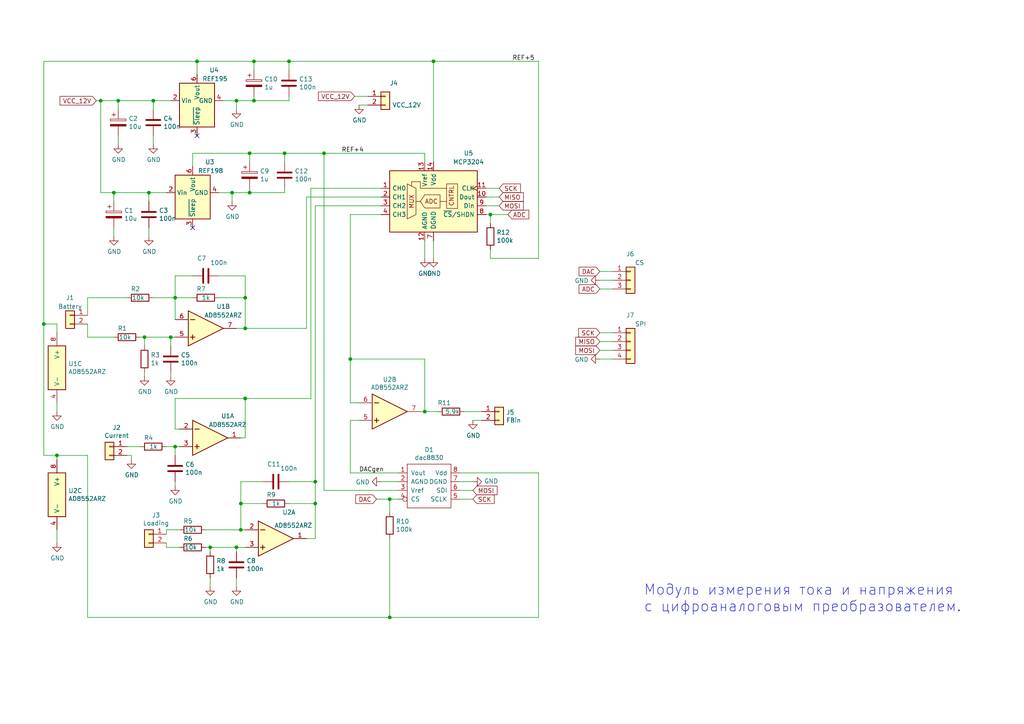
<source format=kicad_sch>
(kicad_sch (version 20211123) (generator eeschema)
  (paper "A4")
  (lib_symbols
    (symbol "ADCandDAC-rescue:AD8552ARZ-AnalogDevices" (pin_names (offset 1.016))
      (property "Reference" "U" (at 0 8.89 0))
      (property "Value" "AD8552ARZ-AnalogDevices" (at 0 6.35 0))
      (symbol "AD8552ARZ-AnalogDevices_1_1"
        (polyline (pts (xy -3.175 -2.54) (xy -1.905 -2.54)) (stroke (width 0.254)))
        (polyline (pts (xy -3.175 2.54) (xy -1.905 2.54)) (stroke (width 0.254)))
        (polyline (pts (xy -2.54 -1.905) (xy -2.54 -3.175)) (stroke (width 0.254)))
        (polyline (pts (xy -3.81 5.08) (xy -3.81 -5.08) (xy 6.35 0) (xy -3.81 5.08)) (stroke (width 0.254)) (fill (type background)))
        (pin output line (at 10.16 0 180) (length 3.81) (name "OUT") (number "1"))
        (pin input line (at -7.62 2.54 0) (length 3.81) (name "IN-") (number "2"))
        (pin input line (at -7.62 -2.54 0) (length 3.81) (name "IN+") (number "3"))
      )
      (symbol "AD8552ARZ-AnalogDevices_2_1"
        (polyline (pts (xy -3.175 -2.54) (xy -1.905 -2.54)) (stroke (width 0.254)))
        (polyline (pts (xy -3.175 2.54) (xy -1.905 2.54)) (stroke (width 0.254)))
        (polyline (pts (xy -2.54 -1.905) (xy -2.54 -3.175)) (stroke (width 0.254)))
        (polyline (pts (xy -3.81 5.08) (xy -3.81 -5.08) (xy 6.35 0) (xy -3.81 5.08)) (stroke (width 0.254)) (fill (type background)))
        (pin input line (at -7.62 -2.54 0) (length 3.81) (name "IN+") (number "5"))
        (pin input line (at -7.62 2.54 0) (length 3.81) (name "IN-") (number "6"))
        (pin output line (at 10.16 0 180) (length 3.81) (name "OUT") (number "7"))
      )
      (symbol "AD8552ARZ-AnalogDevices_3_1"
        (rectangle (start 2.54 6.35) (end -2.54 -6.35) (stroke (width 0.254)) (fill (type background)))
        (pin power_in line (at 0 -10.16 90) (length 3.81) (name "V-") (number "4"))
        (pin power_in line (at 0 10.16 270) (length 3.81) (name "V+") (number "8"))
      )
    )
    (symbol "ADCandDAC-rescue:CP-Device" (pin_numbers hide) (pin_names (offset 0.254))
      (property "Reference" "C" (at 0.635 2.54 0))
      (property "Value" "CP-Device" (at 0.635 -2.54 0))
      (symbol "CP-Device_0_1"
        (rectangle (start -2.286 0.508) (end 2.286 1.016))
        (polyline (pts (xy -1.778 2.286) (xy -0.762 2.286)))
        (polyline (pts (xy -1.27 2.794) (xy -1.27 1.778)))
        (rectangle (start 2.286 -0.508) (end -2.286 -1.016) (fill (type outline)))
      )
      (symbol "CP-Device_1_1"
        (pin passive line (at 0 3.81 270) (length 2.794) (name "~") (number "1"))
        (pin passive line (at 0 -3.81 90) (length 2.794) (name "~") (number "2"))
      )
    )
    (symbol "ADCandDAC-rescue:dac8830-DAC8830" (pin_names (offset 1.016))
      (property "Reference" "D" (at 0 8.89 0))
      (property "Value" "dac8830-DAC8830" (at 0 -7.62 0))
      (symbol "dac8830-DAC8830_0_1"
        (rectangle (start -6.35 6.35) (end 6.35 -6.35))
      )
      (symbol "dac8830-DAC8830_1_1"
        (pin output line (at -8.89 3.81 0) (length 2.54) (name "Vout") (number "1"))
        (pin input line (at -8.89 1.27 0) (length 2.54) (name "AGND") (number "2"))
        (pin input line (at -8.89 -1.27 0) (length 2.54) (name "Vref") (number "3"))
        (pin input inverted (at -8.89 -3.81 0) (length 2.54) (name "CS") (number "4"))
        (pin input line (at 8.89 -3.81 180) (length 2.54) (name "SCLK") (number "5"))
        (pin input line (at 8.89 -1.27 180) (length 2.54) (name "SDI") (number "6"))
        (pin input line (at 8.89 1.27 180) (length 2.54) (name "DGND") (number "7"))
        (pin input line (at 8.89 3.81 180) (length 2.54) (name "Vdd") (number "8"))
      )
    )
    (symbol "Analog_ADC:MCP3204" (pin_names (offset 0.762))
      (property "Reference" "U" (at -5.08 10.795 0))
      (property "Value" "MCP3204" (at -5.08 8.89 0))
      (symbol "MCP3204_0_0"
        (text "ADC" (at -0.635 -1.27 0) (effects (font (size 1.27 1.27))))
        (text "CNTRL" (at 5.969 -2.667 900) (effects (font (size 1.27 1.27)) (justify left bottom)))
        (text "MUX" (at -6.35 -1.27 900) (effects (font (size 1.27 1.27))))
      )
      (symbol "MCP3204_0_1"
        (polyline (pts (xy -5.08 -1.27) (xy -3.81 -1.27)))
        (polyline (pts (xy 1.905 -1.27) (xy 3.81 -1.27)))
        (polyline (pts (xy -7.62 3.81) (xy -7.62 -6.35) (xy -5.08 -5.08) (xy -5.08 2.54) (xy -7.62 3.81)))
        (polyline (pts (xy 3.81 2.54) (xy -3.81 2.54) (xy -3.81 4.445) (xy -6.35 4.445) (xy -6.35 3.175)))
        (polyline (pts (xy -3.81 -1.27) (xy -2.54 0.635) (xy 1.905 0.635) (xy 1.905 -3.175) (xy -2.54 -3.175) (xy -3.81 -1.27)))
        (rectangle (start 3.81 -3.302) (end 6.985 3.81))
        (rectangle (start 12.7 7.62) (end -12.7 -10.16) (stroke (width 0.254)) (fill (type background)))
      )
      (symbol "MCP3204_1_1"
        (pin input line (at -15.24 2.54 0) (length 2.54) (name "CH0") (number "1"))
        (pin output line (at 15.24 0 180) (length 2.54) (name "Dout") (number "10"))
        (pin input clock (at 15.24 2.54 180) (length 2.54) (name "CLK") (number "11"))
        (pin power_in line (at -2.54 -12.7 90) (length 2.54) (name "AGND") (number "12"))
        (pin power_in line (at -2.54 10.16 270) (length 2.54) (name "Vref") (number "13"))
        (pin power_in line (at 0 10.16 270) (length 2.54) (name "Vdd") (number "14"))
        (pin input line (at -15.24 0 0) (length 2.54) (name "CH1") (number "2"))
        (pin input line (at -15.24 -2.54 0) (length 2.54) (name "CH2") (number "3"))
        (pin input line (at -15.24 -5.08 0) (length 2.54) (name "CH3") (number "4"))
        (pin no_connect line (at -10.16 -12.7 90) (length 2.54) hide (name "NC") (number "5"))
        (pin no_connect line (at -7.62 -12.7 90) (length 2.54) hide (name "NC") (number "6"))
        (pin power_in line (at 0 -12.7 90) (length 2.54) (name "DGND") (number "7"))
        (pin input line (at 15.24 -5.08 180) (length 2.54) (name "~{CS}/SHDN") (number "8"))
        (pin input line (at 15.24 -2.54 180) (length 2.54) (name "Din") (number "9"))
      )
    )
    (symbol "Connector_Generic:Conn_01x02" (pin_names (offset 1.016) hide)
      (property "Reference" "J" (at 0 2.54 0))
      (property "Value" "Conn_01x02" (at 0 -5.08 0))
      (symbol "Conn_01x02_1_1"
        (rectangle (start -1.27 -2.413) (end 0 -2.667) (stroke (width 0.1524)))
        (rectangle (start -1.27 0.127) (end 0 -0.127) (stroke (width 0.1524)))
        (rectangle (start -1.27 1.27) (end 1.27 -3.81) (stroke (width 0.254)) (fill (type background)))
        (pin passive line (at -5.08 0 0) (length 3.81) (name "Pin_1") (number "1"))
        (pin passive line (at -5.08 -2.54 0) (length 3.81) (name "Pin_2") (number "2"))
      )
    )
    (symbol "Connector_Generic:Conn_01x03" (pin_names (offset 1.016) hide)
      (property "Reference" "J" (at 0 5.08 0))
      (property "Value" "Conn_01x03" (at 0 -5.08 0))
      (symbol "Conn_01x03_1_1"
        (rectangle (start -1.27 -2.413) (end 0 -2.667) (stroke (width 0.1524)))
        (rectangle (start -1.27 0.127) (end 0 -0.127) (stroke (width 0.1524)))
        (rectangle (start -1.27 2.667) (end 0 2.413) (stroke (width 0.1524)))
        (rectangle (start -1.27 3.81) (end 1.27 -3.81) (stroke (width 0.254)) (fill (type background)))
        (pin passive line (at -5.08 2.54 0) (length 3.81) (name "Pin_1") (number "1"))
        (pin passive line (at -5.08 0 0) (length 3.81) (name "Pin_2") (number "2"))
        (pin passive line (at -5.08 -2.54 0) (length 3.81) (name "Pin_3") (number "3"))
      )
    )
    (symbol "Connector_Generic:Conn_01x04" (pin_names (offset 1.016) hide)
      (property "Reference" "J" (at 0 5.08 0))
      (property "Value" "Conn_01x04" (at 0 -7.62 0))
      (symbol "Conn_01x04_1_1"
        (rectangle (start -1.27 -4.953) (end 0 -5.207) (stroke (width 0.1524)))
        (rectangle (start -1.27 -2.413) (end 0 -2.667) (stroke (width 0.1524)))
        (rectangle (start -1.27 0.127) (end 0 -0.127) (stroke (width 0.1524)))
        (rectangle (start -1.27 2.667) (end 0 2.413) (stroke (width 0.1524)))
        (rectangle (start -1.27 3.81) (end 1.27 -6.35) (stroke (width 0.254)) (fill (type background)))
        (pin passive line (at -5.08 2.54 0) (length 3.81) (name "Pin_1") (number "1"))
        (pin passive line (at -5.08 0 0) (length 3.81) (name "Pin_2") (number "2"))
        (pin passive line (at -5.08 -2.54 0) (length 3.81) (name "Pin_3") (number "3"))
        (pin passive line (at -5.08 -5.08 0) (length 3.81) (name "Pin_4") (number "4"))
      )
    )
    (symbol "Device:C" (pin_numbers hide) (pin_names (offset 0.254))
      (property "Reference" "C" (at 0.635 2.54 0))
      (property "Value" "C" (at 0.635 -2.54 0))
      (symbol "C_0_1"
        (polyline (pts (xy -2.032 -0.762) (xy 2.032 -0.762)) (stroke (width 0.508)))
        (polyline (pts (xy -2.032 0.762) (xy 2.032 0.762)) (stroke (width 0.508)))
      )
      (symbol "C_1_1"
        (pin passive line (at 0 3.81 270) (length 2.794) (name "~") (number "1"))
        (pin passive line (at 0 -3.81 90) (length 2.794) (name "~") (number "2"))
      )
    )
    (symbol "Device:R" (pin_numbers hide) (pin_names (offset 0))
      (property "Reference" "R" (at 2.032 0 90))
      (property "Value" "R" (at 0 0 90))
      (symbol "R_0_1"
        (rectangle (start -1.016 -2.54) (end 1.016 2.54) (stroke (width 0.254)))
      )
      (symbol "R_1_1"
        (pin passive line (at 0 3.81 270) (length 1.27) (name "~") (number "1"))
        (pin passive line (at 0 -3.81 90) (length 1.27) (name "~") (number "2"))
      )
    )
    (symbol "Reference_Voltage:REF195"
      (property "Reference" "U" (at 2.54 8.89 0))
      (property "Value" "REF195" (at 1.27 6.35 0))
      (symbol "REF195_0_1"
        (rectangle (start -7.62 5.08) (end 5.08 -5.08) (stroke (width 0.254)) (fill (type background)))
      )
      (symbol "REF195_1_1"
        (pin no_connect line (at -7.62 2.54 0) (length 2.54) hide (name "TP") (number "1"))
        (pin power_in line (at 0 7.62 270) (length 2.54) (name "Vin") (number "2"))
        (pin input line (at -10.16 0 0) (length 2.54) (name "~{Sleep}") (number "3"))
        (pin power_in line (at 0 -7.62 90) (length 2.54) (name "GND") (number "4"))
        (pin no_connect line (at -5.08 -5.08 90) (length 2.54) hide (name "TP") (number "5"))
        (pin power_out line (at 7.62 0 180) (length 2.54) (name "Vout") (number "6"))
        (pin no_connect line (at -2.54 -5.08 90) (length 2.54) hide (name "NC") (number "7"))
        (pin no_connect line (at 2.54 -5.08 90) (length 2.54) hide (name "NC") (number "8"))
      )
    )
    (symbol "Reference_Voltage:REF198"
      (property "Reference" "U" (at 2.54 8.89 0))
      (property "Value" "REF198" (at 1.27 6.35 0))
      (symbol "REF198_0_1"
        (rectangle (start -7.62 5.08) (end 5.08 -5.08) (stroke (width 0.254)) (fill (type background)))
      )
      (symbol "REF198_1_1"
        (pin no_connect line (at -7.62 2.54 0) (length 2.54) hide (name "TP") (number "1"))
        (pin power_in line (at 0 7.62 270) (length 2.54) (name "Vin") (number "2"))
        (pin input line (at -10.16 0 0) (length 2.54) (name "~{Sleep}") (number "3"))
        (pin power_in line (at 0 -7.62 90) (length 2.54) (name "GND") (number "4"))
        (pin no_connect line (at -5.08 -5.08 90) (length 2.54) hide (name "TP") (number "5"))
        (pin power_out line (at 7.62 0 180) (length 2.54) (name "Vout") (number "6"))
        (pin no_connect line (at -2.54 -5.08 90) (length 2.54) hide (name "NC") (number "7"))
        (pin no_connect line (at 2.54 -5.08 90) (length 2.54) hide (name "NC") (number "8"))
      )
    )
    (symbol "power:GND" (power) (pin_names (offset 0))
      (property "Value" "GND" (at 0 -3.81 0))
      (symbol "GND_0_1"
        (polyline (pts (xy 0 0) (xy 0 -1.27) (xy 1.27 -1.27) (xy 0 -2.54) (xy -1.27 -1.27) (xy 0 -1.27)))
      )
      (symbol "GND_1_1"
        (pin power_in line (at 0 0 270) (length 0) hide (name "GND") (number "1"))
      )
    )
  )
  (junction (at 125.73 17.78))
  (junction (at 69.85 153.67))
  (junction (at 83.82 17.78))
  (junction (at 68.58 29.21))
  (junction (at 60.96 158.75))
  (junction (at 73.66 17.78))
  (junction (at 33.02 55.88))
  (junction (at 71.12 86.36))
  (junction (at 93.98 44.45))
  (junction (at 49.53 97.79))
  (junction (at 71.12 95.25))
  (junction (at 71.12 115.57))
  (junction (at 91.44 146.05))
  (junction (at 68.58 158.75))
  (junction (at 41.91 97.79))
  (junction (at 57.15 17.78))
  (junction (at 67.31 55.88))
  (junction (at 73.66 29.21))
  (junction (at 72.39 55.88))
  (junction (at 101.6 104.14))
  (junction (at 113.03 179.07))
  (junction (at 44.45 29.21))
  (junction (at 82.55 44.45))
  (junction (at 34.29 29.21))
  (junction (at 69.85 146.05))
  (junction (at 91.44 139.7))
  (junction (at 72.39 44.45))
  (junction (at 43.18 55.88))
  (junction (at 142.24 62.23))
  (junction (at 50.8 129.54))
  (junction (at 113.03 144.78))
  (junction (at 29.21 29.21))
  (junction (at 123.19 119.38))
  (junction (at 50.8 86.36))
  (junction (at 16.51 132.08))
  (junction (at 12.7 93.98))
  (no_connect (at 55.88 66.04))
  (no_connect (at 57.15 39.37))
  (wire (pts (xy 125.73 69.85) (xy 125.73 74.93)))
  (wire (pts (xy 72.39 44.45) (xy 82.55 44.45)))
  (wire (pts (xy 142.24 72.39) (xy 142.24 74.93)))
  (wire (pts (xy 142.24 74.93) (xy 156.21 74.93)))
  (wire (pts (xy 110.49 54.61) (xy 90.17 54.61)))
  (wire (pts (xy 16.51 96.52) (xy 16.51 93.98)))
  (wire (pts (xy 34.29 41.91) (xy 34.29 39.37)))
  (wire (pts (xy 125.73 46.99) (xy 125.73 17.78)))
  (wire (pts (xy 48.26 129.54) (xy 50.8 129.54)))
  (wire (pts (xy 52.07 158.75) (xy 48.26 158.75)))
  (wire (pts (xy 140.97 54.61) (xy 144.78 54.61)))
  (wire (pts (xy 156.21 17.78) (xy 125.73 17.78)))
  (wire (pts (xy 140.97 57.15) (xy 144.78 57.15)))
  (wire (pts (xy 91.44 59.69) (xy 91.44 139.7)))
  (wire (pts (xy 60.96 160.02) (xy 60.96 158.75)))
  (wire (pts (xy 156.21 137.16) (xy 156.21 179.07)))
  (wire (pts (xy 82.55 44.45) (xy 82.55 46.99)))
  (wire (pts (xy 88.9 95.25) (xy 88.9 57.15)))
  (wire (pts (xy 49.53 109.22) (xy 49.53 107.95)))
  (wire (pts (xy 50.8 92.71) (xy 50.8 86.36)))
  (wire (pts (xy 93.98 44.45) (xy 82.55 44.45)))
  (wire (pts (xy 127 119.38) (xy 123.19 119.38)))
  (wire (pts (xy 82.55 54.61) (xy 82.55 55.88)))
  (wire (pts (xy 110.49 139.7) (xy 115.57 139.7)))
  (wire (pts (xy 25.4 179.07) (xy 113.03 179.07)))
  (wire (pts (xy 38.1 132.08) (xy 36.83 132.08)))
  (wire (pts (xy 173.99 104.14) (xy 177.8 104.14)))
  (wire (pts (xy 73.66 29.21) (xy 68.58 29.21)))
  (wire (pts (xy 71.12 86.36) (xy 71.12 95.25)))
  (wire (pts (xy 40.64 129.54) (xy 36.83 129.54)))
  (wire (pts (xy 63.5 86.36) (xy 71.12 86.36)))
  (wire (pts (xy 123.19 104.14) (xy 101.6 104.14)))
  (wire (pts (xy 83.82 29.21) (xy 73.66 29.21)))
  (wire (pts (xy 12.7 132.08) (xy 16.51 132.08)))
  (wire (pts (xy 33.02 97.79) (xy 25.4 97.79)))
  (wire (pts (xy 71.12 115.57) (xy 71.12 127)))
  (wire (pts (xy 50.8 80.01) (xy 50.8 86.36)))
  (wire (pts (xy 25.4 93.98) (xy 25.4 97.79)))
  (wire (pts (xy 73.66 20.32) (xy 73.66 17.78)))
  (wire (pts (xy 142.24 64.77) (xy 142.24 62.23)))
  (wire (pts (xy 71.12 95.25) (xy 88.9 95.25)))
  (wire (pts (xy 91.44 156.21) (xy 88.9 156.21)))
  (wire (pts (xy 41.91 100.33) (xy 41.91 97.79)))
  (wire (pts (xy 44.45 31.75) (xy 44.45 29.21)))
  (wire (pts (xy 156.21 74.93) (xy 156.21 17.78)))
  (wire (pts (xy 173.99 81.28) (xy 177.8 81.28)))
  (wire (pts (xy 48.26 154.94) (xy 48.26 153.67)))
  (wire (pts (xy 173.99 99.06) (xy 177.8 99.06)))
  (wire (pts (xy 49.53 100.33) (xy 49.53 97.79)))
  (wire (pts (xy 48.26 153.67) (xy 52.07 153.67)))
  (wire (pts (xy 48.26 158.75) (xy 48.26 157.48)))
  (wire (pts (xy 50.8 124.46) (xy 50.8 115.57)))
  (wire (pts (xy 173.99 83.82) (xy 177.8 83.82)))
  (wire (pts (xy 72.39 54.61) (xy 72.39 55.88)))
  (wire (pts (xy 50.8 86.36) (xy 44.45 86.36)))
  (wire (pts (xy 101.6 62.23) (xy 110.49 62.23)))
  (wire (pts (xy 139.7 119.38) (xy 134.62 119.38)))
  (wire (pts (xy 25.4 86.36) (xy 36.83 86.36)))
  (wire (pts (xy 29.21 29.21) (xy 34.29 29.21)))
  (wire (pts (xy 93.98 142.24) (xy 93.98 44.45)))
  (wire (pts (xy 57.15 17.78) (xy 73.66 17.78)))
  (wire (pts (xy 60.96 158.75) (xy 68.58 158.75)))
  (wire (pts (xy 34.29 29.21) (xy 44.45 29.21)))
  (wire (pts (xy 25.4 132.08) (xy 25.4 179.07)))
  (wire (pts (xy 68.58 95.25) (xy 71.12 95.25)))
  (wire (pts (xy 123.19 119.38) (xy 123.19 104.14)))
  (wire (pts (xy 52.07 124.46) (xy 50.8 124.46)))
  (wire (pts (xy 55.88 48.26) (xy 55.88 44.45)))
  (wire (pts (xy 123.19 46.99) (xy 123.19 44.45)))
  (wire (pts (xy 40.64 97.79) (xy 41.91 97.79)))
  (wire (pts (xy 34.29 31.75) (xy 34.29 29.21)))
  (wire (pts (xy 50.8 129.54) (xy 52.07 129.54)))
  (wire (pts (xy 133.35 137.16) (xy 156.21 137.16)))
  (wire (pts (xy 90.17 115.57) (xy 71.12 115.57)))
  (wire (pts (xy 72.39 46.99) (xy 72.39 44.45)))
  (wire (pts (xy 83.82 27.94) (xy 83.82 29.21)))
  (wire (pts (xy 55.88 86.36) (xy 50.8 86.36)))
  (wire (pts (xy 83.82 17.78) (xy 83.82 20.32)))
  (wire (pts (xy 91.44 146.05) (xy 91.44 156.21)))
  (wire (pts (xy 82.55 55.88) (xy 72.39 55.88)))
  (wire (pts (xy 49.53 97.79) (xy 50.8 97.79)))
  (wire (pts (xy 106.68 30.48) (xy 104.14 30.48)))
  (wire (pts (xy 12.7 17.78) (xy 57.15 17.78)))
  (wire (pts (xy 137.16 144.78) (xy 133.35 144.78)))
  (wire (pts (xy 69.85 146.05) (xy 69.85 139.7)))
  (wire (pts (xy 16.51 132.08) (xy 25.4 132.08)))
  (wire (pts (xy 69.85 153.67) (xy 71.12 153.67)))
  (wire (pts (xy 44.45 41.91) (xy 44.45 39.37)))
  (wire (pts (xy 41.91 97.79) (xy 49.53 97.79)))
  (wire (pts (xy 177.8 78.74) (xy 173.99 78.74)))
  (wire (pts (xy 76.2 146.05) (xy 69.85 146.05)))
  (wire (pts (xy 25.4 86.36) (xy 25.4 91.44)))
  (wire (pts (xy 140.97 59.69) (xy 144.78 59.69)))
  (wire (pts (xy 113.03 148.59) (xy 113.03 144.78)))
  (wire (pts (xy 101.6 104.14) (xy 101.6 62.23)))
  (wire (pts (xy 33.02 55.88) (xy 29.21 55.88)))
  (wire (pts (xy 101.6 137.16) (xy 101.6 121.92)))
  (wire (pts (xy 29.21 55.88) (xy 29.21 29.21)))
  (wire (pts (xy 83.82 146.05) (xy 91.44 146.05)))
  (wire (pts (xy 68.58 160.02) (xy 68.58 158.75)))
  (wire (pts (xy 12.7 17.78) (xy 12.7 93.98)))
  (wire (pts (xy 123.19 44.45) (xy 93.98 44.45)))
  (wire (pts (xy 68.58 158.75) (xy 71.12 158.75)))
  (wire (pts (xy 125.73 17.78) (xy 83.82 17.78)))
  (wire (pts (xy 50.8 140.97) (xy 50.8 139.7)))
  (wire (pts (xy 73.66 17.78) (xy 83.82 17.78)))
  (wire (pts (xy 69.85 139.7) (xy 76.2 139.7)))
  (wire (pts (xy 48.26 55.88) (xy 43.18 55.88)))
  (wire (pts (xy 55.88 80.01) (xy 50.8 80.01)))
  (wire (pts (xy 60.96 170.18) (xy 60.96 167.64)))
  (wire (pts (xy 156.21 179.07) (xy 113.03 179.07)))
  (wire (pts (xy 113.03 179.07) (xy 113.03 156.21)))
  (wire (pts (xy 73.66 27.94) (xy 73.66 29.21)))
  (wire (pts (xy 110.49 59.69) (xy 91.44 59.69)))
  (wire (pts (xy 33.02 58.42) (xy 33.02 55.88)))
  (wire (pts (xy 139.7 121.92) (xy 137.16 121.92)))
  (wire (pts (xy 16.51 93.98) (xy 12.7 93.98)))
  (wire (pts (xy 106.68 27.94) (xy 102.87 27.94)))
  (wire (pts (xy 55.88 44.45) (xy 72.39 44.45)))
  (wire (pts (xy 173.99 96.52) (xy 177.8 96.52)))
  (wire (pts (xy 115.57 137.16) (xy 101.6 137.16)))
  (wire (pts (xy 44.45 29.21) (xy 49.53 29.21)))
  (wire (pts (xy 68.58 29.21) (xy 68.58 31.75)))
  (wire (pts (xy 68.58 167.64) (xy 68.58 170.18)))
  (wire (pts (xy 147.32 62.23) (xy 142.24 62.23)))
  (wire (pts (xy 71.12 127) (xy 69.85 127)))
  (wire (pts (xy 88.9 57.15) (xy 110.49 57.15)))
  (wire (pts (xy 71.12 80.01) (xy 71.12 86.36)))
  (wire (pts (xy 101.6 121.92) (xy 104.14 121.92)))
  (wire (pts (xy 113.03 144.78) (xy 109.22 144.78)))
  (wire (pts (xy 63.5 55.88) (xy 67.31 55.88)))
  (wire (pts (xy 69.85 146.05) (xy 69.85 153.67)))
  (wire (pts (xy 63.5 80.01) (xy 71.12 80.01)))
  (wire (pts (xy 101.6 104.14) (xy 101.6 116.84)))
  (wire (pts (xy 115.57 142.24) (xy 93.98 142.24)))
  (wire (pts (xy 64.77 29.21) (xy 68.58 29.21)))
  (wire (pts (xy 43.18 58.42) (xy 43.18 55.88)))
  (wire (pts (xy 38.1 133.35) (xy 38.1 132.08)))
  (wire (pts (xy 12.7 93.98) (xy 12.7 132.08)))
  (wire (pts (xy 90.17 54.61) (xy 90.17 115.57)))
  (wire (pts (xy 121.92 119.38) (xy 123.19 119.38)))
  (wire (pts (xy 101.6 116.84) (xy 104.14 116.84)))
  (wire (pts (xy 41.91 109.22) (xy 41.91 107.95)))
  (wire (pts (xy 59.69 153.67) (xy 69.85 153.67)))
  (wire (pts (xy 16.51 119.38) (xy 16.51 116.84)))
  (wire (pts (xy 59.69 158.75) (xy 60.96 158.75)))
  (wire (pts (xy 91.44 139.7) (xy 91.44 146.05)))
  (wire (pts (xy 16.51 157.48) (xy 16.51 153.67)))
  (wire (pts (xy 50.8 115.57) (xy 71.12 115.57)))
  (wire (pts (xy 72.39 55.88) (xy 67.31 55.88)))
  (wire (pts (xy 173.99 101.6) (xy 177.8 101.6)))
  (wire (pts (xy 83.82 139.7) (xy 91.44 139.7)))
  (wire (pts (xy 33.02 68.58) (xy 33.02 66.04)))
  (wire (pts (xy 67.31 55.88) (xy 67.31 58.42)))
  (wire (pts (xy 113.03 144.78) (xy 115.57 144.78)))
  (wire (pts (xy 50.8 132.08) (xy 50.8 129.54)))
  (wire (pts (xy 43.18 55.88) (xy 33.02 55.88)))
  (wire (pts (xy 137.16 142.24) (xy 133.35 142.24)))
  (wire (pts (xy 142.24 62.23) (xy 140.97 62.23)))
  (wire (pts (xy 57.15 21.59) (xy 57.15 17.78)))
  (wire (pts (xy 123.19 69.85) (xy 123.19 74.93)))
  (wire (pts (xy 43.18 68.58) (xy 43.18 66.04)))
  (wire (pts (xy 27.94 29.21) (xy 29.21 29.21)))
  (wire (pts (xy 137.16 139.7) (xy 133.35 139.7)))
  (wire (pts (xy 16.51 132.08) (xy 16.51 133.35)))
  (text "Модуль измерения тока и напряжения \nс цифроаналоговым преобразователем." (at 186.69 177.8 0) (effects (font (size 2.9972 2.9972)) (justify left bottom)))
  (label "REF+4" (at 99.06 44.45 0))
  (label "DACgen" (at 104.14 137.16 0))
  (label "REF+5" (at 148.59 17.78 0))
  (global_label "ADC" (shape input) (at 173.99 83.82 180) (property "Обозначения листов" "${INTERSHEET_REFS}" (effects hide)))
  (global_label "SCK" (shape input) (at 173.99 96.52 180) (property "Обозначения листов" "${INTERSHEET_REFS}" (effects hide)))
  (global_label "SCK" (shape input) (at 144.78 54.61 0) (property "Обозначения листов" "${INTERSHEET_REFS}" (effects hide)))
  (global_label "MISO" (shape input) (at 173.99 99.06 180) (property "Обозначения листов" "${INTERSHEET_REFS}" (effects hide)))
  (global_label "MOSI" (shape input) (at 137.16 142.24 0) (property "Обозначения листов" "${INTERSHEET_REFS}" (effects hide)))
  (global_label "MOSI" (shape input) (at 173.99 101.6 180) (property "Обозначения листов" "${INTERSHEET_REFS}" (effects hide)))
  (global_label "VCC_12V" (shape input) (at 27.94 29.21 180) (property "Обозначения листов" "${INTERSHEET_REFS}" (effects hide)))
  (global_label "SCK" (shape input) (at 137.16 144.78 0) (property "Обозначения листов" "${INTERSHEET_REFS}" (effects hide)))
  (global_label "VCC_12V" (shape input) (at 102.87 27.94 180) (property "Обозначения листов" "${INTERSHEET_REFS}" (effects hide)))
  (global_label "MOSI" (shape input) (at 144.78 59.69 0) (property "Обозначения листов" "${INTERSHEET_REFS}" (effects hide)))
  (global_label "ADC" (shape input) (at 147.32 62.23 0) (property "Обозначения листов" "${INTERSHEET_REFS}" (effects hide)))
  (global_label "MISO" (shape input) (at 144.78 57.15 0) (property "Обозначения листов" "${INTERSHEET_REFS}" (effects hide)))
  (global_label "DAC" (shape input) (at 109.22 144.78 180) (property "Обозначения листов" "${INTERSHEET_REFS}" (effects hide)))
  (global_label "DAC" (shape input) (at 173.99 78.74 180) (property "Обозначения листов" "${INTERSHEET_REFS}" (effects hide)))
  (symbol (lib_id "Analog_ADC:MCP3204") (at 125.73 57.15 0) (unit 1)
    (property "Reference" "U5" (at 135.89 44.45 0))
    (property "Value" "MCP3204" (at 135.89 46.99 0))
    (property "Footprint" "Package_SO:TSSOP-14_4.4x5mm_P0.65mm" (effects hide))
    (property "Datasheet" "http://ww1.microchip.com/downloads/en/DeviceDoc/21298c.pdf" (effects hide))
  )
  (symbol (lib_id "ADCandDAC-rescue:AD8552ARZ-AnalogDevices") (at 59.69 127 0) (unit 1)
    (property "Reference" "U1" (at 66.04 120.65 0))
    (property "Value" "AD8552ARZ" (at 66.04 123.19 0))
    (property "Footprint" "Package_SO:SOIC-8_3.9x4.9mm_P1.27mm" (effects hide))
    (property "Datasheet" "http://www.analog.com/media/en/technical-documentation/data-sheets/AD8551_8552_8554.pdf" (effects hide))
    (property "MPN" "AD8552ARZ" (effects hide))
    (property "Manuf" "ADI" (effects hide))
    (property "BOM" "ADI AD8552ARZ" (effects hide))
  )
  (symbol (lib_id "ADCandDAC-rescue:AD8552ARZ-AnalogDevices") (at 58.42 95.25 0) (unit 2)
    (property "Reference" "U1" (at 64.77 88.9 0))
    (property "Value" "AD8552ARZ" (at 64.77 91.44 0))
    (property "Footprint" "Package_SO:SOIC-8_3.9x4.9mm_P1.27mm" (effects hide))
    (property "Datasheet" "http://www.analog.com/media/en/technical-documentation/data-sheets/AD8551_8552_8554.pdf" (effects hide))
    (property "MPN" "AD8552ARZ" (effects hide))
    (property "Manuf" "ADI" (effects hide))
    (property "BOM" "ADI AD8552ARZ" (effects hide))
  )
  (symbol (lib_id "ADCandDAC-rescue:AD8552ARZ-AnalogDevices") (at 16.51 106.68 0) (unit 3)
    (property "Reference" "U1" (at 19.812 105.5116 0) (effects (justify left)))
    (property "Value" "AD8552ARZ" (at 19.812 107.823 0) (effects (justify left)))
    (property "Footprint" "Package_SO:SOIC-8_3.9x4.9mm_P1.27mm" (effects hide))
    (property "Datasheet" "http://www.analog.com/media/en/technical-documentation/data-sheets/AD8551_8552_8554.pdf" (effects hide))
    (property "MPN" "AD8552ARZ" (effects hide))
    (property "Manuf" "ADI" (effects hide))
    (property "BOM" "ADI AD8552ARZ" (effects hide))
  )
  (symbol (lib_id "ADCandDAC-rescue:AD8552ARZ-AnalogDevices") (at 78.74 156.21 0) (unit 1)
    (property "Reference" "U2" (at 83.82 148.59 0))
    (property "Value" "AD8552ARZ" (at 85.09 152.4 0))
    (property "Footprint" "Package_SO:SOIC-8_3.9x4.9mm_P1.27mm" (effects hide))
    (property "Datasheet" "http://www.analog.com/media/en/technical-documentation/data-sheets/AD8551_8552_8554.pdf" (effects hide))
    (property "MPN" "AD8552ARZ" (effects hide))
    (property "Manuf" "ADI" (effects hide))
    (property "BOM" "ADI AD8552ARZ" (effects hide))
  )
  (symbol (lib_id "ADCandDAC-rescue:AD8552ARZ-AnalogDevices") (at 111.76 119.38 0) (unit 2)
    (property "Reference" "U2" (at 113.03 110.0582 0))
    (property "Value" "AD8552ARZ" (at 113.03 112.3696 0))
    (property "Footprint" "Package_SO:SOIC-8_3.9x4.9mm_P1.27mm" (effects hide))
    (property "Datasheet" "http://www.analog.com/media/en/technical-documentation/data-sheets/AD8551_8552_8554.pdf" (effects hide))
    (property "MPN" "AD8552ARZ" (effects hide))
    (property "Manuf" "ADI" (effects hide))
    (property "BOM" "ADI AD8552ARZ" (effects hide))
  )
  (symbol (lib_id "ADCandDAC-rescue:AD8552ARZ-AnalogDevices") (at 16.51 143.51 0) (unit 3)
    (property "Reference" "U2" (at 19.812 142.3416 0) (effects (justify left)))
    (property "Value" "AD8552ARZ" (at 19.812 144.653 0) (effects (justify left)))
    (property "Footprint" "Package_SO:SOIC-8_3.9x4.9mm_P1.27mm" (effects hide))
    (property "Datasheet" "http://www.analog.com/media/en/technical-documentation/data-sheets/AD8551_8552_8554.pdf" (effects hide))
    (property "MPN" "AD8552ARZ" (effects hide))
    (property "Manuf" "ADI" (effects hide))
    (property "BOM" "ADI AD8552ARZ" (effects hide))
  )
  (symbol (lib_id "Reference_Voltage:REF195") (at 57.15 29.21 90) (unit 1)
    (property "Reference" "U4" (at 63.5 20.32 90) (effects (justify left)))
    (property "Value" "REF195" (at 66.04 22.86 90) (effects (justify left)))
    (property "Footprint" "Package_SO:SOIC-8_3.9x4.9mm_P1.27mm" (effects hide))
    (property "Datasheet" "https://www.analog.com/static/imported-files/data_sheets/REF19xSeries.pdf" (effects hide))
  )
  (symbol (lib_id "Reference_Voltage:REF198") (at 55.88 55.88 90) (unit 1)
    (property "Reference" "U3" (at 62.23 46.99 90) (effects (justify left)))
    (property "Value" "REF198" (at 64.77 49.53 90) (effects (justify left)))
    (property "Footprint" "Package_SO:SOIC-8_3.9x4.9mm_P1.27mm" (effects hide))
    (property "Datasheet" "https://www.analog.com/static/imported-files/data_sheets/REF19xSeries.pdf" (effects hide))
  )
  (symbol (lib_id "Connector_Generic:Conn_01x02") (at 144.78 119.38 0) (unit 1)
    (property "Reference" "J5" (at 146.812 119.5832 0) (effects (justify left)))
    (property "Value" "FBin" (at 146.812 121.8946 0) (effects (justify left)))
    (property "Footprint" "Connector_PinHeader_2.00mm:PinHeader_1x02_P2.00mm_Vertical" (effects hide))
  )
  (symbol (lib_id "Connector_Generic:Conn_01x02") (at 20.32 91.44 0) (mirror y) (unit 1)
    (property "Reference" "J1" (at 20.32 86.36 0))
    (property "Value" "Battery" (at 20.32 88.9 0))
    (property "Footprint" "Connector_PinHeader_2.00mm:PinHeader_1x02_P2.00mm_Vertical" (effects hide))
  )
  (symbol (lib_id "Connector_Generic:Conn_01x02") (at 31.75 129.54 0) (mirror y) (unit 1)
    (property "Reference" "J2" (at 33.8328 124.0282 0))
    (property "Value" "Current" (at 33.8328 126.3396 0))
    (property "Footprint" "Connector_PinHeader_2.00mm:PinHeader_1x02_P2.00mm_Vertical" (effects hide))
  )
  (symbol (lib_id "Connector_Generic:Conn_01x02") (at 43.18 154.94 0) (mirror y) (unit 1)
    (property "Reference" "J3" (at 45.2628 149.4282 0))
    (property "Value" "Loading" (at 45.2628 151.7396 0))
    (property "Footprint" "Connector_PinHeader_2.00mm:PinHeader_1x02_P2.00mm_Vertical" (effects hide))
  )
  (symbol (lib_id "Connector_Generic:Conn_01x02") (at 111.76 27.94 0) (unit 1)
    (property "Reference" "J4" (at 113.03 24.13 0) (effects (justify left)))
    (property "Value" "VCC_12V" (at 113.792 30.4546 0) (effects (justify left)))
    (property "Footprint" "Connector_PinHeader_2.54mm:PinHeader_1x02_P2.54mm_Vertical" (effects hide))
  )
  (symbol (lib_id "power:GND") (at 68.58 31.75 0) (unit 1)
    (property "Reference" "#PWR013" (effects hide))
    (property "Value" "GND" (at 68.707 36.1442 0))
  )
  (symbol (lib_id "ADCandDAC-rescue:CP-Device") (at 34.29 35.56 0) (unit 1)
    (property "Reference" "C2" (at 37.2872 34.3916 0) (effects (justify left)))
    (property "Value" "10u" (at 37.2872 36.703 0) (effects (justify left)))
    (property "Footprint" "Capacitor_Tantalum_SMD:CP_EIA-3216-18_Kemet-A_Pad1.58x1.35mm_HandSolder" (effects hide))
  )
  (symbol (lib_id "Device:C") (at 44.45 35.56 0) (unit 1)
    (property "Reference" "C4" (at 47.371 34.3916 0) (effects (justify left)))
    (property "Value" "100n" (at 47.371 36.703 0) (effects (justify left)))
    (property "Footprint" "Capacitor_SMD:C_0805_2012Metric_Pad1.18x1.45mm_HandSolder" (effects hide))
  )
  (symbol (lib_id "ADCandDAC-rescue:CP-Device") (at 73.66 24.13 0) (unit 1)
    (property "Reference" "C10" (at 76.6572 22.9616 0) (effects (justify left)))
    (property "Value" "1u" (at 76.6572 25.273 0) (effects (justify left)))
    (property "Footprint" "Capacitor_Tantalum_SMD:CP_EIA-3216-18_Kemet-A_Pad1.58x1.35mm_HandSolder" (effects hide))
  )
  (symbol (lib_id "Device:C") (at 83.82 24.13 0) (unit 1)
    (property "Reference" "C13" (at 86.741 22.9616 0) (effects (justify left)))
    (property "Value" "100n" (at 86.741 25.273 0) (effects (justify left)))
    (property "Footprint" "Capacitor_SMD:C_0805_2012Metric_Pad1.18x1.45mm_HandSolder" (effects hide))
  )
  (symbol (lib_id "power:GND") (at 34.29 41.91 0) (unit 1)
    (property "Reference" "#PWR04" (effects hide))
    (property "Value" "GND" (at 34.417 46.3042 0))
  )
  (symbol (lib_id "power:GND") (at 44.45 41.91 0) (unit 1)
    (property "Reference" "#PWR08" (effects hide))
    (property "Value" "GND" (at 44.577 46.3042 0))
  )
  (symbol (lib_id "power:GND") (at 67.31 58.42 0) (unit 1)
    (property "Reference" "#PWR012" (effects hide))
    (property "Value" "GND" (at 67.437 62.8142 0))
  )
  (symbol (lib_id "ADCandDAC-rescue:CP-Device") (at 33.02 62.23 0) (unit 1)
    (property "Reference" "C1" (at 36.0172 61.0616 0) (effects (justify left)))
    (property "Value" "10u" (at 36.0172 63.373 0) (effects (justify left)))
    (property "Footprint" "Capacitor_Tantalum_SMD:CP_EIA-3216-18_Kemet-A_Pad1.58x1.35mm_HandSolder" (effects hide))
  )
  (symbol (lib_id "Device:C") (at 43.18 62.23 0) (unit 1)
    (property "Reference" "C3" (at 46.101 61.0616 0) (effects (justify left)))
    (property "Value" "100n" (at 46.101 63.373 0) (effects (justify left)))
    (property "Footprint" "Capacitor_SMD:C_0805_2012Metric_Pad1.18x1.45mm_HandSolder" (effects hide))
  )
  (symbol (lib_id "ADCandDAC-rescue:CP-Device") (at 72.39 50.8 0) (unit 1)
    (property "Reference" "C9" (at 75.3872 49.6316 0) (effects (justify left)))
    (property "Value" "1u" (at 75.3872 51.943 0) (effects (justify left)))
    (property "Footprint" "Capacitor_Tantalum_SMD:CP_EIA-3216-18_Kemet-A_Pad1.58x1.35mm_HandSolder" (effects hide))
  )
  (symbol (lib_id "Device:C") (at 82.55 50.8 0) (unit 1)
    (property "Reference" "C12" (at 85.471 49.6316 0) (effects (justify left)))
    (property "Value" "100n" (at 85.471 51.943 0) (effects (justify left)))
    (property "Footprint" "Capacitor_SMD:C_0805_2012Metric_Pad1.18x1.45mm_HandSolder" (effects hide))
  )
  (symbol (lib_id "power:GND") (at 33.02 68.58 0) (unit 1)
    (property "Reference" "#PWR03" (effects hide))
    (property "Value" "GND" (at 33.147 72.9742 0))
  )
  (symbol (lib_id "power:GND") (at 43.18 68.58 0) (unit 1)
    (property "Reference" "#PWR07" (effects hide))
    (property "Value" "GND" (at 43.307 72.9742 0))
  )
  (symbol (lib_id "Device:R") (at 59.69 86.36 90) (unit 1)
    (property "Reference" "R7" (at 59.69 83.82 90) (effects (justify left)))
    (property "Value" "1k" (at 60.96 86.36 90) (effects (justify left)))
    (property "Footprint" "Resistor_SMD:R_0805_2012Metric_Pad1.20x1.40mm_HandSolder" (effects hide))
  )
  (symbol (lib_id "Device:C") (at 59.69 80.01 270) (unit 1)
    (property "Reference" "C7" (at 57.15 74.93 90) (effects (justify left)))
    (property "Value" "100n" (at 60.96 76.2 90) (effects (justify left)))
    (property "Footprint" "Capacitor_SMD:C_0805_2012Metric_Pad1.18x1.45mm_HandSolder" (effects hide))
  )
  (symbol (lib_id "Device:R") (at 40.64 86.36 90) (unit 1)
    (property "Reference" "R2" (at 40.64 83.82 90) (effects (justify left)))
    (property "Value" "10k" (at 41.91 86.36 90) (effects (justify left)))
    (property "Footprint" "Resistor_SMD:R_0805_2012Metric_Pad1.20x1.40mm_HandSolder" (effects hide))
  )
  (symbol (lib_id "Device:R") (at 36.83 97.79 90) (unit 1)
    (property "Reference" "R1" (at 36.83 95.25 90) (effects (justify left)))
    (property "Value" "10k" (at 38.1 97.79 90) (effects (justify left)))
    (property "Footprint" "Resistor_SMD:R_0805_2012Metric_Pad1.20x1.40mm_HandSolder" (effects hide))
  )
  (symbol (lib_id "Device:R") (at 41.91 104.14 0) (unit 1)
    (property "Reference" "R3" (at 43.688 102.9716 0) (effects (justify left)))
    (property "Value" "1k" (at 43.688 105.283 0) (effects (justify left)))
    (property "Footprint" "Resistor_SMD:R_0805_2012Metric_Pad1.20x1.40mm_HandSolder" (effects hide))
  )
  (symbol (lib_id "Device:C") (at 49.53 104.14 0) (unit 1)
    (property "Reference" "C5" (at 52.451 102.9716 0) (effects (justify left)))
    (property "Value" "100n" (at 52.451 105.283 0) (effects (justify left)))
    (property "Footprint" "Capacitor_SMD:C_0805_2012Metric_Pad1.18x1.45mm_HandSolder" (effects hide))
  )
  (symbol (lib_id "power:GND") (at 16.51 119.38 0) (unit 1)
    (property "Reference" "#PWR01" (effects hide))
    (property "Value" "GND" (at 16.637 123.7742 0))
  )
  (symbol (lib_id "power:GND") (at 41.91 109.22 0) (unit 1)
    (property "Reference" "#PWR06" (effects hide))
    (property "Value" "GND" (at 42.037 113.6142 0))
  )
  (symbol (lib_id "power:GND") (at 49.53 109.22 0) (unit 1)
    (property "Reference" "#PWR09" (effects hide))
    (property "Value" "GND" (at 49.657 113.6142 0))
  )
  (symbol (lib_id "Device:R") (at 44.45 129.54 90) (unit 1)
    (property "Reference" "R4" (at 44.45 127 90) (effects (justify left)))
    (property "Value" "1k" (at 45.72 129.54 90) (effects (justify left)))
    (property "Footprint" "Resistor_SMD:R_0805_2012Metric_Pad1.20x1.40mm_HandSolder" (effects hide))
  )
  (symbol (lib_id "Device:C") (at 50.8 135.89 0) (unit 1)
    (property "Reference" "C6" (at 53.721 134.7216 0) (effects (justify left)))
    (property "Value" "100n" (at 53.721 137.033 0) (effects (justify left)))
    (property "Footprint" "Capacitor_SMD:C_0805_2012Metric_Pad1.18x1.45mm_HandSolder" (effects hide))
  )
  (symbol (lib_id "power:GND") (at 50.8 140.97 0) (unit 1)
    (property "Reference" "#PWR010" (effects hide))
    (property "Value" "GND" (at 50.927 145.3642 0))
  )
  (symbol (lib_id "power:GND") (at 38.1 133.35 0) (unit 1)
    (property "Reference" "#PWR05" (effects hide))
    (property "Value" "GND" (at 38.227 137.7442 0))
  )
  (symbol (lib_id "Device:R") (at 80.01 146.05 90) (unit 1)
    (property "Reference" "R9" (at 80.01 143.51 90) (effects (justify left)))
    (property "Value" "1k" (at 81.28 146.05 90) (effects (justify left)))
    (property "Footprint" "Resistor_SMD:R_0805_2012Metric_Pad1.20x1.40mm_HandSolder" (effects hide))
  )
  (symbol (lib_id "Device:C") (at 80.01 139.7 270) (unit 1)
    (property "Reference" "C11" (at 77.47 134.62 90) (effects (justify left)))
    (property "Value" "100n" (at 81.28 135.89 90) (effects (justify left)))
    (property "Footprint" "Capacitor_SMD:C_0805_2012Metric_Pad1.18x1.45mm_HandSolder" (effects hide))
  )
  (symbol (lib_id "Device:R") (at 55.88 153.67 90) (unit 1)
    (property "Reference" "R5" (at 55.88 151.13 90) (effects (justify left)))
    (property "Value" "10k" (at 57.15 153.67 90) (effects (justify left)))
    (property "Footprint" "Resistor_SMD:R_0805_2012Metric_Pad1.20x1.40mm_HandSolder" (effects hide))
  )
  (symbol (lib_id "Device:R") (at 55.88 158.75 90) (unit 1)
    (property "Reference" "R6" (at 55.88 156.21 90) (effects (justify left)))
    (property "Value" "10k" (at 57.15 158.75 90) (effects (justify left)))
    (property "Footprint" "Resistor_SMD:R_0805_2012Metric_Pad1.20x1.40mm_HandSolder" (effects hide))
  )
  (symbol (lib_id "Device:R") (at 60.96 163.83 0) (unit 1)
    (property "Reference" "R8" (at 62.738 162.6616 0) (effects (justify left)))
    (property "Value" "1k" (at 62.738 164.973 0) (effects (justify left)))
    (property "Footprint" "Resistor_SMD:R_0805_2012Metric_Pad1.20x1.40mm_HandSolder" (effects hide))
  )
  (symbol (lib_id "Device:C") (at 68.58 163.83 0) (unit 1)
    (property "Reference" "C8" (at 71.501 162.6616 0) (effects (justify left)))
    (property "Value" "100n" (at 71.501 164.973 0) (effects (justify left)))
    (property "Footprint" "Capacitor_SMD:C_0805_2012Metric_Pad1.18x1.45mm_HandSolder" (effects hide))
  )
  (symbol (lib_id "power:GND") (at 60.96 170.18 0) (unit 1)
    (property "Reference" "#PWR011" (effects hide))
    (property "Value" "GND" (at 61.087 174.5742 0))
  )
  (symbol (lib_id "power:GND") (at 68.58 170.18 0) (unit 1)
    (property "Reference" "#PWR014" (effects hide))
    (property "Value" "GND" (at 68.707 174.5742 0))
  )
  (symbol (lib_id "power:GND") (at 16.51 157.48 0) (unit 1)
    (property "Reference" "#PWR02" (effects hide))
    (property "Value" "GND" (at 16.637 161.8742 0))
  )
  (symbol (lib_id "ADCandDAC-rescue:dac8830-DAC8830") (at 124.46 140.97 0) (unit 1)
    (property "Reference" "D1" (at 124.46 130.429 0))
    (property "Value" "dac8830" (at 124.46 132.7404 0))
    (property "Footprint" "Package_SO:SOIC-8_3.9x4.9mm_P1.27mm" (effects hide))
  )
  (symbol (lib_id "Device:R") (at 130.81 119.38 90) (unit 1)
    (property "Reference" "R11" (at 130.81 116.84 90) (effects (justify left)))
    (property "Value" "5,9k" (at 133.35 119.38 90) (effects (justify left)))
    (property "Footprint" "Resistor_SMD:R_0805_2012Metric_Pad1.20x1.40mm_HandSolder" (effects hide))
  )
  (symbol (lib_id "power:GND") (at 137.16 121.92 0) (unit 1)
    (property "Reference" "#PWR018" (effects hide))
    (property "Value" "GND" (at 137.287 126.3142 0))
  )
  (symbol (lib_id "power:GND") (at 104.14 30.48 0) (unit 1)
    (property "Reference" "#PWR015" (effects hide))
    (property "Value" "GND" (at 104.267 34.8742 0))
  )
  (symbol (lib_id "Device:R") (at 113.03 152.4 0) (unit 1)
    (property "Reference" "R10" (at 114.808 151.2316 0) (effects (justify left)))
    (property "Value" "100k" (at 114.808 153.543 0) (effects (justify left)))
    (property "Footprint" "Resistor_SMD:R_0805_2012Metric_Pad1.20x1.40mm_HandSolder" (effects hide))
  )
  (symbol (lib_id "power:GND") (at 137.16 139.7 90) (unit 1)
    (property "Reference" "#PWR019" (effects hide))
    (property "Value" "GND" (at 140.4112 139.573 90) (effects (justify right)))
  )
  (symbol (lib_id "power:GND") (at 110.49 139.7 270) (unit 1)
    (property "Reference" "#PWR016" (effects hide))
    (property "Value" "GND" (at 107.2388 139.827 90) (effects (justify right)))
  )
  (symbol (lib_id "Device:R") (at 142.24 68.58 0) (unit 1)
    (property "Reference" "R12" (at 144.018 67.4116 0) (effects (justify left)))
    (property "Value" "100k" (at 144.018 69.723 0) (effects (justify left)))
    (property "Footprint" "Resistor_SMD:R_0805_2012Metric_Pad1.20x1.40mm_HandSolder" (effects hide))
  )
  (symbol (lib_id "power:GND") (at 123.19 74.93 0) (unit 1)
    (property "Reference" "#PWR017" (effects hide))
    (property "Value" "GND" (at 123.317 79.3242 0))
  )
  (symbol (lib_id "Connector_Generic:Conn_01x03") (at 182.88 81.28 0) (unit 1)
    (property "Reference" "J6" (at 181.61 73.66 0) (effects (justify left)))
    (property "Value" "CS" (at 184.15 76.2 0) (effects (justify left)))
    (property "Footprint" "Connector_PinHeader_2.00mm:PinHeader_1x03_P2.00mm_Vertical" (effects hide))
  )
  (symbol (lib_id "Connector_Generic:Conn_01x04") (at 182.88 99.06 0) (unit 1)
    (property "Reference" "J7" (at 181.61 91.44 0) (effects (justify left)))
    (property "Value" "SPI" (at 184.15 93.98 0) (effects (justify left)))
    (property "Footprint" "Connector_PinHeader_2.00mm:PinHeader_1x04_P2.00mm_Vertical" (effects hide))
  )
  (symbol (lib_id "power:GND") (at 173.99 81.28 270) (unit 1)
    (property "Reference" "#PWR020" (effects hide))
    (property "Value" "GND" (at 170.7388 81.407 90) (effects (justify right)))
  )
  (symbol (lib_id "power:GND") (at 173.99 104.14 270) (unit 1)
    (property "Reference" "#PWR021" (effects hide))
    (property "Value" "GND" (at 170.7388 104.267 90) (effects (justify right)))
  )
  (symbol (lib_id "power:GND") (at 125.73 74.93 0) (unit 1)
    (property "Reference" "#PWR0101" (effects hide))
    (property "Value" "GND" (at 125.857 79.3242 0))
  )
)
</source>
